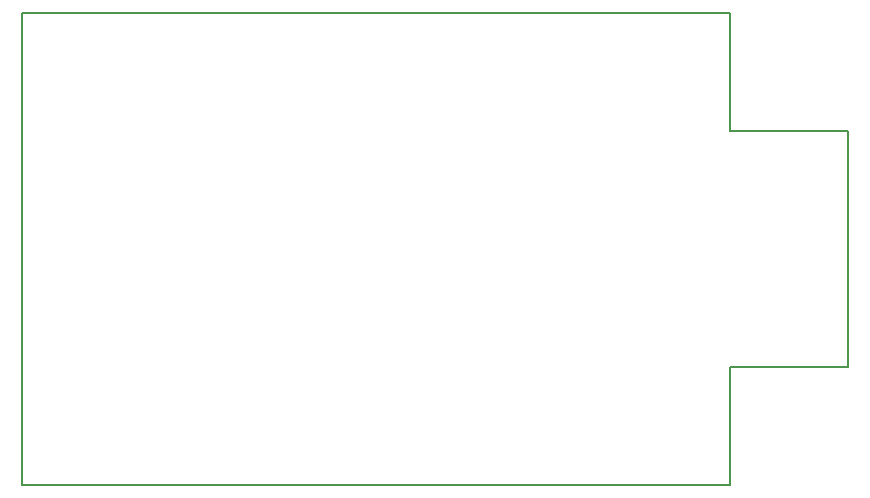
<source format=gm1>
%TF.GenerationSoftware,KiCad,Pcbnew,(5.1.12)-1*%
%TF.CreationDate,2023-03-06T18:53:53+01:00*%
%TF.ProjectId,C4V1,43345631-2e6b-4696-9361-645f70636258,rev?*%
%TF.SameCoordinates,Original*%
%TF.FileFunction,Profile,NP*%
%FSLAX46Y46*%
G04 Gerber Fmt 4.6, Leading zero omitted, Abs format (unit mm)*
G04 Created by KiCad (PCBNEW (5.1.12)-1) date 2023-03-06 18:53:53*
%MOMM*%
%LPD*%
G01*
G04 APERTURE LIST*
%TA.AperFunction,Profile*%
%ADD10C,0.150000*%
%TD*%
G04 APERTURE END LIST*
D10*
X113000000Y-96000000D02*
X53000000Y-96000000D01*
X113000000Y-106000000D02*
X113000000Y-96000000D01*
X123000000Y-106000000D02*
X113000000Y-106000000D01*
X123000000Y-126000000D02*
X123000000Y-106000000D01*
X113000000Y-126000000D02*
X123000000Y-126000000D01*
X113000000Y-136000000D02*
X113000000Y-126000000D01*
X53000000Y-136000000D02*
X113000000Y-136000000D01*
X53000000Y-96000000D02*
X53000000Y-136000000D01*
M02*

</source>
